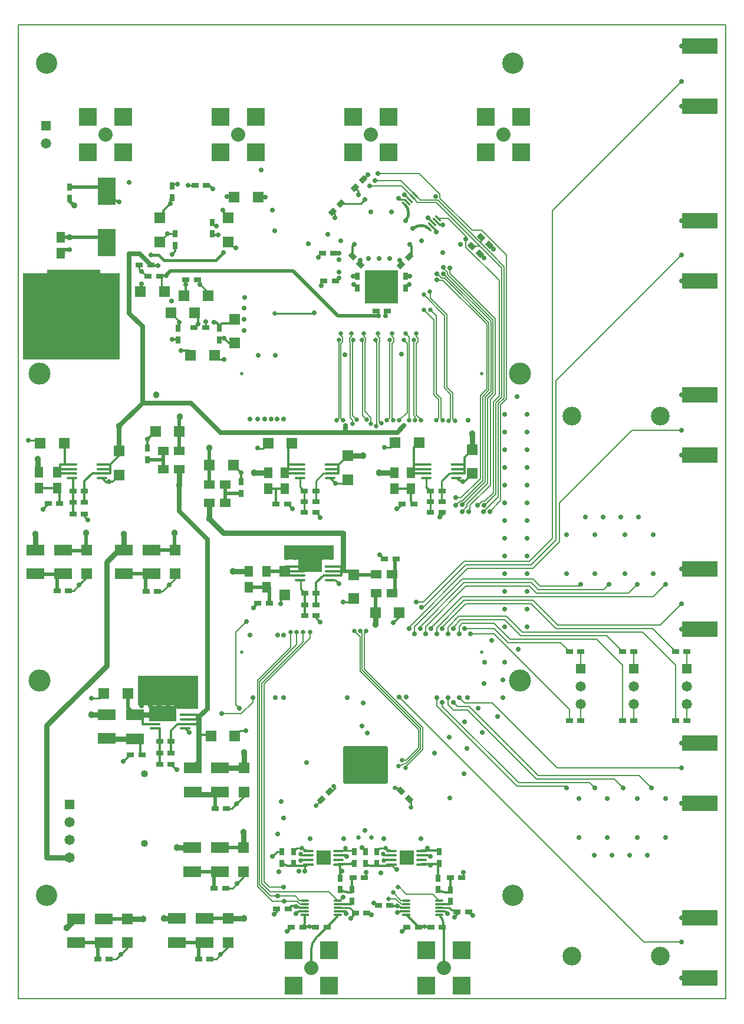
<source format=gbl>
%FSTAX23Y23*%
%MOIN*%
%SFA1B1*%

%IPPOS*%
%AMD47*
4,1,4,0.003500,0.024700,-0.024700,-0.003500,-0.003500,-0.024700,0.024700,0.003500,0.003500,0.024700,0.0*
%
%AMD49*
4,1,4,-0.024700,0.003500,0.003500,-0.024700,0.024700,-0.003500,-0.003500,0.024700,-0.024700,0.003500,0.0*
%
%AMD67*
4,1,8,-0.127000,0.095500,-0.127000,-0.095500,-0.116000,-0.106500,0.116000,-0.106500,0.127000,-0.095500,0.127000,0.095500,0.116000,0.106500,-0.116000,0.106500,-0.127000,0.095500,0.0*
1,1,0.022000,-0.116000,0.095500*
1,1,0.022000,-0.116000,-0.095500*
1,1,0.022000,0.116000,-0.095500*
1,1,0.022000,0.116000,0.095500*
%
%AMD104*
4,1,4,0.016600,-0.008100,-0.008100,0.016600,-0.016600,0.008100,0.008100,-0.016600,0.016600,-0.008100,0.0*
1,1,0.012000,-0.012400,0.012400*
1,1,0.012000,0.012400,-0.012400*
%
%AMD105*
4,1,4,0.020900,-0.012400,-0.012400,0.020900,-0.020900,0.012400,0.012400,-0.020900,0.020900,-0.012400,0.0*
%
%ADD10C,0.010000*%
%ADD12C,0.009000*%
%ADD14C,0.015000*%
%ADD17C,0.010000*%
%ADD19C,0.014000*%
%ADD21R,0.300000X0.300000*%
%ADD32R,0.060000X0.050000*%
%ADD35O,0.060000X0.015000*%
%ADD36R,0.060000X0.015000*%
%ADD40R,0.060000X0.060000*%
%ADD41R,0.200000X0.090000*%
%ADD44R,0.030000X0.040000*%
%ADD45R,0.040000X0.030000*%
%ADD46R,0.060000X0.060000*%
G04~CAMADD=47~9~0.0~0.0~400.0~300.0~0.0~0.0~0~0.0~0.0~0.0~0.0~0~0.0~0.0~0.0~0.0~0~0.0~0.0~0.0~45.0~494.0~493.0*
%ADD47D47*%
G04~CAMADD=49~9~0.0~0.0~400.0~300.0~0.0~0.0~0~0.0~0.0~0.0~0.0~0~0.0~0.0~0.0~0.0~0~0.0~0.0~0.0~135.0~494.0~493.0*
%ADD49D49*%
%ADD50R,0.185000X0.185000*%
%ADD51C,0.008000*%
%ADD52C,0.006000*%
%ADD53C,0.028000*%
%ADD54C,0.020000*%
%ADD55C,0.012000*%
%ADD58R,0.550000X0.490000*%
%ADD60R,0.285000X0.080000*%
%ADD61R,0.135000X0.075000*%
%ADD62C,0.080000*%
%ADD63R,0.100000X0.100000*%
%ADD64C,0.040000*%
%ADD65C,0.058000*%
%ADD66R,0.058000X0.058000*%
G04~CAMADD=67~8~0.0~0.0~2130.0~2540.0~110.0~0.0~15~0.0~0.0~0.0~0.0~0~0.0~0.0~0.0~0.0~0~0.0~0.0~0.0~90.0~2540.0~2130.0*
%ADD67D67*%
%ADD68C,0.020000*%
%ADD69C,0.106000*%
%ADD70C,0.120000*%
%ADD71C,0.125000*%
%ADD72C,0.028000*%
%ADD73C,0.038000*%
%ADD74C,0.035000*%
%ADD75C,0.026000*%
%ADD98C,0.009000*%
%ADD99C,0.012000*%
%ADD100C,0.014000*%
%ADD101R,0.100000X0.154000*%
%ADD102R,0.100000X0.060000*%
%ADD103R,0.081000X0.081000*%
G04~CAMADD=104~3~0.0~0.0~470.0~120.0~0.0~0.0~0~0.0~0.0~0.0~0.0~0~0.0~0.0~0.0~0.0~0~0.0~0.0~0.0~315.0~366.0~366.0*
%ADD104D104*%
G04~CAMADD=105~9~0.0~0.0~470.0~120.0~0.0~0.0~0~0.0~0.0~0.0~0.0~0~0.0~0.0~0.0~0.0~0~0.0~0.0~0.0~315.0~418.0~417.0*
%ADD105D105*%
%ADD106O,0.047000X0.012000*%
%ADD107R,0.047000X0.012000*%
%ADD108R,0.050000X0.060000*%
%ADD109C,0.030000*%
%ADD110R,0.155000X0.085000*%
%ADD111R,0.225000X0.170000*%
%ADD112R,0.120000X0.190000*%
G54D10*
X0238Y0083D02*
D01*
D01*
G75*
G03X02364Y00837I-00017J-00018D01*
G74*G01*
X02029Y00836D02*
D01*
D01*
G75*
G03X02026Y0083I00010J-00009D01*
G74*G01*
X02075Y00851D02*
D01*
D01*
G75*
G03X02109Y00837I00033J00033D01*
G74*G01*
X02075Y00851D02*
D01*
D01*
G75*
G03X02109Y00837I00033J00033D01*
G74*G01*
X02075Y00851D02*
D01*
D01*
G75*
G03X02109Y00837I00033J00033D01*
G74*G01*
X02075Y00851D02*
D01*
D01*
G75*
G03X02109Y00837I00033J00033D01*
G74*G01*
X02075Y00851D02*
D01*
D01*
G75*
G03X02109Y00837I00033J00033D01*
G74*G01*
X02075Y00851D02*
D01*
D01*
G75*
G03X02109Y00837I00033J00033D01*
G74*G01*
X02075Y00851D02*
D01*
D01*
G75*
G03X02109Y00837I00033J00033D01*
G74*G01*
X02075Y00851D02*
D01*
D01*
G75*
G03X02109Y00837I00033J00033D01*
G74*G01*
X01559D02*
D01*
D01*
G75*
G03X01556Y00831I00010J-00009D01*
G74*G01*
X01604Y00851D02*
D01*
D01*
G75*
G03X01638Y00837I00033J00033D01*
G74*G01*
X01604Y00851D02*
D01*
D01*
G75*
G03X01638Y00837I00033J00033D01*
G74*G01*
X01604Y00851D02*
D01*
D01*
G75*
G03X01638Y00837I00033J00033D01*
G74*G01*
X01604Y00851D02*
D01*
D01*
G75*
G03X01638Y00837I00033J00033D01*
G74*G01*
X01604Y00851D02*
D01*
D01*
G75*
G03X01638Y00837I00033J00033D01*
G74*G01*
X01604Y00851D02*
D01*
D01*
G75*
G03X01638Y00837I00033J00033D01*
G74*G01*
X01604Y00851D02*
D01*
D01*
G75*
G03X01638Y00837I00033J00033D01*
G74*G01*
X01604Y00851D02*
D01*
D01*
G75*
G03X01638Y00837I00033J00033D01*
G74*G01*
X02493Y02927D02*
X02525D01*
X02384Y02722D02*
X02408Y02746D01*
X02044Y02507D02*
X02066Y02485D01*
X01481Y02251D02*
X0151Y0228D01*
X01155Y04455D02*
X01175Y04422D01*
X00773Y01699D02*
X00798Y01724D01*
X00726Y01699D02*
X00773D01*
X01253Y01516D02*
X01285D01*
X01381Y03107D02*
X01411Y03137D01*
X01357Y03107D02*
X01381D01*
X01353Y03111D02*
X01357Y03107D01*
X00579Y00251D02*
X00616Y00288D01*
Y00318*
X00553Y00225D02*
X00579Y00251D01*
X00513Y00225D02*
X00553D01*
X01143Y00251D02*
X01187Y00295D01*
Y00319*
X01118Y00226D02*
X01143Y00251D01*
X01084Y00226D02*
X01118D01*
X01237Y00651D02*
X01274Y00688D01*
Y00719*
X01212Y00626D02*
X01237Y00651D01*
X01171Y00626D02*
X01212D01*
X01231Y01102D02*
X01275Y01146D01*
Y01169*
X01205Y01076D02*
X01231Y01102D01*
X01176Y01076D02*
X01205D01*
X01223Y01486D02*
X01253Y01516D01*
X00591Y01341D02*
X00628Y01378D01*
X00633*
X00411Y01699D02*
X00458D01*
X00483Y01724*
X00056Y03155D02*
X00108D01*
X00124Y03139*
X0053Y0292D02*
X00569Y02959D01*
X00512Y0292D02*
X0053D01*
X00511Y02919D02*
X00512Y0292D01*
X00497Y02919D02*
X00511D01*
X00474Y02942D02*
X00497Y02919D01*
X00138Y02765D02*
Y02767D01*
X00169Y02798*
X00374Y02726D02*
X00394Y02706D01*
X00374Y02726D02*
Y02739D01*
X00342Y02337D02*
X00387Y02382D01*
Y02401*
X00311Y02306D02*
X00342Y02337D01*
X00284Y02306D02*
X00311D01*
X00851Y02339D02*
X00887Y02375D01*
Y02401*
X00814Y02302D02*
X00851Y02339D01*
X00787Y02302D02*
X00814D01*
X01684Y02152D02*
X01707Y02129D01*
X01684Y02152D02*
Y02161D01*
X01481Y02231D02*
Y02251D01*
X01328Y02209D02*
X01354Y02235D01*
Y02236*
X0212Y02125D02*
X02156Y02161D01*
X02154D02*
Y02181D01*
X01791Y02365D02*
X01811Y02345D01*
X01763Y02365D02*
X01791D01*
X02055Y02485D02*
X02069D01*
X01706Y02717D02*
Y02722D01*
X01681Y02747D02*
X01706Y02722D01*
X02381D02*
X02384D01*
X02138Y02767D02*
X02141D01*
X0217Y02796*
X02525Y02927D02*
X02565Y02967D01*
X02478Y02942D02*
X02493Y02927D01*
X02475Y02942D02*
X02478D01*
X02069Y03114D02*
X02102D01*
X0213Y03142*
X01841Y02912D02*
X01861Y02932D01*
X01793Y02912D02*
X01841D01*
X01763Y02942D02*
X01793Y02912D01*
X01548Y02767D02*
Y02768D01*
X01521Y02795D02*
X01548Y02768D01*
X01599Y0081D02*
X01639D01*
X01559Y00837D02*
X01573Y00852D01*
X02062Y00818D02*
X0207Y0081D01*
X0211*
X02029Y00836D02*
X02043Y00851D01*
X0213Y01193D02*
X02144D01*
X02162Y01175*
X02208Y01129D02*
X02218Y01119D01*
Y0108D02*
Y01119D01*
X01688Y01099D02*
X01714Y01125D01*
X0176Y01171D02*
X01769D01*
X01791Y01193*
X01875Y0224D02*
X01895Y0226D01*
X01835Y0224D02*
X01875D01*
X02043Y00851D02*
X02075D01*
X02109Y00837D02*
X0211D01*
X01591Y00818D02*
X01599Y0081D01*
X01559Y00837D02*
D01*
X01572Y00851D02*
X01604D01*
X01638Y00837D02*
X01639D01*
X01809D02*
X01888D01*
G54D12*
X02316Y04412D02*
D01*
D01*
G75*
G03X02314Y04413I-00003J-00003D01*
G74*G01*
X01277Y03964D02*
D01*
D01*
G75*
G03X01279Y03963I00003J00003D01*
G74*G01*
X0192Y04542D02*
D01*
D01*
G75*
G02X01921Y04543I00002J-00001D01*
G74*G01*
X02182Y04545D02*
D01*
D01*
G75*
G03X02183Y04544I0J-0D01*
G74*G01*
X02545Y00482D02*
X02558D01*
X0197Y00485D02*
X01983D01*
X01462Y00494D02*
Y00507D01*
X01822Y04491D02*
X01937D01*
X0196Y04514*
X0145Y03872D02*
X01671D01*
X01673Y03875*
X00809Y03994D02*
Y04071D01*
X01435Y00805D02*
X01461Y00831D01*
X01475*
X005Y0456D02*
X0056Y045D01*
X0057*
X02316Y04412D02*
D01*
D01*
X02347Y04382D01*
X02465Y00464D02*
X0249Y00489D01*
X02183Y04544D02*
D01*
X02214Y04513*
X01134Y0361D02*
X01161D01*
X01109Y03635D02*
X01134Y0361D01*
X0069Y03995D02*
Y04031D01*
X00697Y04038*
X02328Y02805D02*
Y02865D01*
Y02745D02*
Y02805D01*
X02303Y0289D02*
X02328Y02865D01*
X02393Y02807D02*
Y02926D01*
X02435Y02968*
X02475*
X02182Y04516D02*
X022Y04499D01*
X0215Y04522D02*
X02156Y04516D01*
X02182*
X01924Y0454D02*
Y0456D01*
X01902Y04582D02*
X01924Y0456D01*
X01788Y0441D02*
Y04433D01*
X01776Y04445D02*
X01788Y04433D01*
X01948Y04628D02*
X01976Y04656D01*
X0119Y03704D02*
X01223D01*
X01164Y0373D02*
X0119Y03704D01*
X01199Y03815D02*
X01223Y03839D01*
X01183Y04527D02*
X0122D01*
X0118Y0453D02*
X01183Y04527D01*
X00238Y04212D02*
X00258D01*
X02305Y02892D02*
Y0294D01*
Y02892D02*
X0233Y02867D01*
X01591Y02892D02*
Y0294D01*
Y02892D02*
X01616Y02867D01*
X01595Y02315D02*
X01619Y02291D01*
X0087Y0459D02*
X0088Y046D01*
X009*
X0096Y04595D02*
X00999D01*
X00843Y04321D02*
X00887D01*
X00798Y04276D02*
X00843Y04321D01*
X01186Y04276D02*
X01222Y0424D01*
X0123*
X00947Y04042D02*
Y04063D01*
X01012D02*
X01026Y04049D01*
Y04036D02*
Y04049D01*
X00684Y04122D02*
Y04145D01*
Y04122D02*
X00697Y04109D01*
X00725Y04081D02*
X00734D01*
X00697Y04109D02*
X00725Y04081D01*
X01072Y03973D02*
Y0399D01*
X01026Y04036D02*
X01072Y0399D01*
X00937Y03973D02*
X00947Y03983D01*
X01058Y0379D02*
Y03823D01*
X0106Y03825*
X0091Y0382D02*
Y03826D01*
X00862Y03874D02*
X0091Y03826D01*
X01956Y00686D02*
X01965Y00695D01*
Y00715*
X0217Y0038D02*
X02196Y00406D01*
X01518Y0038D02*
X01544Y00406D01*
X02515Y00694D02*
Y00714D01*
X02506Y00685D02*
X02515Y00694D01*
X02378Y00515D02*
X02435D01*
X0245Y005*
X0247*
X0248Y0049*
X01806Y00515D02*
X01873D01*
X01905Y00484*
X02022Y00528D02*
X02035D01*
X0201Y0054D02*
X02022Y00528D01*
X01983Y00485D02*
X01995Y00474D01*
X0145Y00482D02*
X01462Y00494D01*
X02558Y00482D02*
X0257Y0047D01*
X0188Y00459D02*
X01905Y00484D01*
X0188Y00455D02*
Y00459D01*
X02465Y0046D02*
Y00464D01*
X01723Y02968D02*
X01763D01*
X01681Y02926D02*
X01723Y02968D01*
X01681Y02807D02*
Y02867D01*
Y02926*
X01616Y02747D02*
Y02807D01*
Y02867*
X01595Y02315D02*
Y02365D01*
X0181Y03019D02*
X01813D01*
X02136Y0073D02*
X0214D01*
X0211Y00756D02*
X02136Y0073D01*
X0162Y0072D02*
Y00744D01*
G54D14*
X02318Y04352D02*
D01*
D01*
G75*
G03X02231Y0435I-00042J-00045D01*
G74*G01*
X02189Y04396D02*
D01*
D01*
G75*
G03X02186Y04485I-00046J00043D01*
G74*G01*
X00794Y042D02*
X00824Y0417D01*
X01115*
X0075Y042D02*
X00794D01*
X01115Y0417D02*
X0116Y04215D01*
X01175Y04422D02*
X01186Y04411D01*
G54D17*
X02029Y00836D03*
D03*
D03*
D03*
D03*
D03*
D03*
D03*
X01559Y00837D03*
D03*
D03*
D03*
D03*
D03*
D03*
D03*
G54D19*
X01857Y00805D02*
D01*
D01*
G75*
G03X01845Y0081I-00012J-00012D01*
G74*G01*
X02329Y00806D02*
D01*
D01*
G75*
G03X02316Y00811I-00012J-00012D01*
G74*G01*
X01609Y00407D02*
D01*
D01*
G75*
G03X01619Y00431I-00024J00024D01*
G74*G01*
X01609Y00407D02*
D01*
D01*
G75*
G03X01619Y00431I-00024J00024D01*
G74*G01*
X01609Y00407D02*
D01*
D01*
G75*
G03X01619Y00431I-00024J00024D01*
G74*G01*
X01609Y00407D02*
D01*
D01*
G75*
G03X01619Y00431I-00024J00024D01*
G74*G01*
X01684Y00346D02*
D01*
D01*
G75*
G03X01655Y00275I00068J-00069D01*
G74*G01*
X018Y00461D02*
D01*
D01*
G75*
G03X01806Y00474I-00014J00014D01*
G74*G01*
X02405Y00413D02*
D01*
D01*
G75*
G03X02381Y00474I-00090J-0D01*
G74*G01*
X0182Y00733D02*
D01*
D01*
G75*
G03X01809Y0076I-00039J-0D01*
G74*G01*
X0182Y00733D02*
D01*
D01*
G75*
G03X01809Y0076I-00039J-0D01*
G74*G01*
X0182Y00733D02*
D01*
D01*
G75*
G03X01809Y0076I-00039J-0D01*
G74*G01*
X0182Y00733D02*
D01*
D01*
G75*
G03X01809Y0076I-00039J-0D01*
G74*G01*
X01872D02*
D01*
D01*
G75*
G03X01889Y0077I-0J00020D01*
G74*G01*
X01872Y0076D02*
D01*
D01*
G75*
G03X01889Y0077I-0J00020D01*
G74*G01*
X01872Y0076D02*
D01*
D01*
G75*
G03X01889Y0077I-0J00020D01*
G74*G01*
X01872Y0076D02*
D01*
D01*
G75*
G03X01889Y0077I-0J00020D01*
G74*G01*
X0182Y00619D02*
D01*
D01*
G75*
G03X0186Y00603I00038J00038D01*
G74*G01*
X01892Y00686D02*
D01*
D01*
G75*
G03X01886Y00672I00015J-00014D01*
G74*G01*
X02373Y00618D02*
D01*
D01*
G75*
G03X02411Y00602I00038J00039D01*
G74*G01*
X02373Y00618D02*
D01*
D01*
G75*
G03X02411Y00602I00038J00039D01*
G74*G01*
X02373Y00618D02*
D01*
D01*
G75*
G03X02411Y00602I00038J00039D01*
G74*G01*
X02373Y00618D02*
D01*
D01*
G75*
G03X02411Y00602I00038J00039D01*
G74*G01*
X02443Y00682D02*
D01*
D01*
G75*
G03X02442Y00686I-00027J-00004D01*
G74*G01*
X02443Y00682D02*
D01*
D01*
G75*
G03X02442Y00686I-00027J-00004D01*
G74*G01*
X02443Y00682D02*
D01*
D01*
G75*
G03X02442Y00686I-00027J-00004D01*
G74*G01*
X02443Y00682D02*
D01*
D01*
G75*
G03X02442Y00686I-00027J-00004D01*
G74*G01*
X02443Y00682D02*
D01*
D01*
G75*
G03X02442Y00686I-00027J-00004D01*
G74*G01*
X02443Y00682D02*
D01*
D01*
G75*
G03X02442Y00686I-00027J-00004D01*
G74*G01*
X02443Y00682D02*
D01*
D01*
G75*
G03X02442Y00686I-00027J-00004D01*
G74*G01*
X02443Y00682D02*
D01*
D01*
G75*
G03X02442Y00686I-00027J-00004D01*
G74*G01*
X02373Y00618D02*
D01*
D01*
G75*
G03X02411Y00602I00038J00039D01*
G74*G01*
X02373Y00618D02*
D01*
D01*
G75*
G03X02411Y00602I00038J00039D01*
G74*G01*
X02373Y00618D02*
D01*
D01*
G75*
G03X02411Y00602I00038J00039D01*
G74*G01*
X02373Y00618D02*
D01*
D01*
G75*
G03X02411Y00602I00038J00039D01*
G74*G01*
X01872Y0076D02*
D01*
D01*
G75*
G03X01889Y0077I-0J00020D01*
G74*G01*
X01872Y0076D02*
D01*
D01*
G75*
G03X01889Y0077I-0J00020D01*
G74*G01*
X01872Y0076D02*
D01*
D01*
G75*
G03X01889Y0077I-0J00020D01*
G74*G01*
X01872Y0076D02*
D01*
D01*
G75*
G03X01889Y0077I-0J00020D01*
G74*G01*
X0182Y00733D02*
D01*
D01*
G75*
G03X01809Y0076I-00039J-0D01*
G74*G01*
X0182Y00733D02*
D01*
D01*
G75*
G03X01809Y0076I-00039J-0D01*
G74*G01*
X0182Y00733D02*
D01*
D01*
G75*
G03X01809Y0076I-00039J-0D01*
G74*G01*
X0182Y00733D02*
D01*
D01*
G75*
G03X01809Y0076I-00039J-0D01*
G74*G01*
X01609Y00407D02*
D01*
D01*
G75*
G03X01619Y00431I-00024J00024D01*
G74*G01*
X01609Y00407D02*
D01*
D01*
G75*
G03X01619Y00431I-00024J00024D01*
G74*G01*
X01609Y00407D02*
D01*
D01*
G75*
G03X01619Y00431I-00024J00024D01*
G74*G01*
X01609Y00407D02*
D01*
D01*
G75*
G03X01619Y00431I-00024J00024D01*
G74*G01*
X02367Y0076D02*
D01*
D01*
G75*
G03X02373Y00761I-0J00019D01*
G74*G01*
X02367Y0076D02*
D01*
D01*
G75*
G03X02373Y00761I-0J00019D01*
G74*G01*
X02367Y0076D02*
D01*
D01*
G75*
G03X02373Y00761I-0J00019D01*
G74*G01*
X02367Y0076D02*
D01*
D01*
G75*
G03X02373Y00761I-0J00019D01*
G74*G01*
X02367Y0076D02*
D01*
D01*
G75*
G03X02373Y00761I-0J00019D01*
G74*G01*
X02367Y0076D02*
D01*
D01*
G75*
G03X02373Y00761I-0J00019D01*
G74*G01*
X02367Y0076D02*
D01*
D01*
G75*
G03X02373Y00761I-0J00019D01*
G74*G01*
X02367Y0076D02*
D01*
D01*
G75*
G03X02373Y00761I-0J00019D01*
G74*G01*
D01*
D01*
G75*
G03X0238Y00765I-00011J00027D01*
G74*G01*
X02373Y00761D02*
D01*
D01*
G75*
G03X0238Y00765I-00011J00027D01*
G74*G01*
X02373Y00761D02*
D01*
D01*
G75*
G03X0238Y00765I-00011J00027D01*
G74*G01*
X02373Y00761D02*
D01*
D01*
G75*
G03X0238Y00765I-00011J00027D01*
G74*G01*
X02373Y00761D02*
D01*
D01*
G75*
G03X0238Y00765I-00011J00027D01*
G74*G01*
X02373Y00761D02*
D01*
D01*
G75*
G03X0238Y00765I-00011J00027D01*
G74*G01*
X02373Y00761D02*
D01*
D01*
G75*
G03X0238Y00765I-00011J00027D01*
G74*G01*
D01*
D01*
G75*
G03X02379Y00763I00003J-00003D01*
G74*G01*
X0238Y00765D02*
D01*
D01*
G75*
G03X02379Y00763I00003J-00003D01*
G74*G01*
X0238Y00765D02*
D01*
D01*
G75*
G03X02379Y00763I00003J-00003D01*
G74*G01*
X02373Y00761D02*
D01*
D01*
G75*
G03X0238Y00765I-00011J00027D01*
G74*G01*
D01*
D01*
G75*
G03X02379Y00763I00003J-00003D01*
G74*G01*
X0238Y00765D02*
D01*
D01*
G75*
G03X02379Y00763I00003J-00003D01*
G74*G01*
X0238Y00765D02*
D01*
D01*
G75*
G03X02379Y00763I00003J-00003D01*
G74*G01*
X0238Y00765D02*
D01*
D01*
G75*
G03X02379Y00763I00003J-00003D01*
G74*G01*
X0238Y00765D02*
D01*
D01*
G75*
G03X02379Y00763I00003J-00003D01*
G74*G01*
X01967Y00761D02*
D01*
D01*
G75*
G03X0199Y00752I00021J00021D01*
G74*G01*
X01967Y00761D02*
D01*
D01*
G75*
G03X0199Y00752I00021J00021D01*
G74*G01*
X01967Y00761D02*
D01*
D01*
G75*
G03X0199Y00752I00021J00021D01*
G74*G01*
X01967Y00761D02*
D01*
D01*
G75*
G03X0199Y00752I00021J00021D01*
G74*G01*
X01967Y00761D02*
D01*
D01*
G75*
G03X0199Y00752I00021J00021D01*
G74*G01*
X01967Y00761D02*
D01*
D01*
G75*
G03X0199Y00752I00021J00021D01*
G74*G01*
X01967Y00761D02*
D01*
D01*
G75*
G03X0199Y00752I00021J00021D01*
G74*G01*
X01967Y00761D02*
D01*
D01*
G75*
G03X0199Y00752I00021J00021D01*
G74*G01*
X02101D02*
D01*
D01*
G75*
G03X0211Y00756I0J00010D01*
G74*G01*
X02101Y00752D02*
D01*
D01*
G75*
G03X0211Y00756I0J00010D01*
G74*G01*
X02101Y00752D02*
D01*
D01*
G75*
G03X0211Y00756I0J00010D01*
G74*G01*
X02101Y00752D02*
D01*
D01*
G75*
G03X0211Y00756I0J00010D01*
G74*G01*
X02101Y00752D02*
D01*
D01*
G75*
G03X0211Y00756I0J00010D01*
G74*G01*
X02101Y00752D02*
D01*
D01*
G75*
G03X0211Y00756I0J00010D01*
G74*G01*
X02101Y00752D02*
D01*
D01*
G75*
G03X0211Y00756I0J00010D01*
G74*G01*
X02101Y00752D02*
D01*
D01*
G75*
G03X0211Y00756I0J00010D01*
G74*G01*
X0149Y00766D02*
D01*
D01*
G75*
G03X01496Y00762I00011J00011D01*
G74*G01*
D01*
D01*
G75*
G03X01505Y0076I00008J00018D01*
G74*G01*
X0149Y00766D02*
D01*
D01*
G75*
G03X01496Y00762I00011J00011D01*
G74*G01*
X0149Y00766D02*
D01*
D01*
G75*
G03X01496Y00762I00011J00011D01*
G74*G01*
X0149Y00766D02*
D01*
D01*
G75*
G03X01496Y00762I00011J00011D01*
G74*G01*
D01*
D01*
G75*
G03X01505Y0076I00008J00018D01*
G74*G01*
X01496Y00762D02*
D01*
D01*
G75*
G03X01505Y0076I00008J00018D01*
G74*G01*
X01496Y00762D02*
D01*
D01*
G75*
G03X01505Y0076I00008J00018D01*
G74*G01*
X01496Y00762D02*
D01*
D01*
G75*
G03X01518Y00753I00022J00024D01*
G74*G01*
X01496Y00762D02*
D01*
D01*
G75*
G03X01518Y00753I00022J00024D01*
G74*G01*
X01496Y00762D02*
D01*
D01*
G75*
G03X01518Y00753I00022J00024D01*
G74*G01*
X0149Y00766D02*
D01*
D01*
G75*
G03X01496Y00762I00011J00011D01*
G74*G01*
X01495D02*
D01*
D01*
G75*
G03X01496I0J0D01*
G74*G01*
X01495D02*
D01*
D01*
G75*
G03X01496I0J0D01*
G74*G01*
X0149Y00766D02*
D01*
D01*
G75*
G03X01496Y00762I00011J00011D01*
G74*G01*
X0149Y00766D02*
D01*
D01*
G75*
G03X01496Y00762I00011J00011D01*
G74*G01*
X0149Y00766D02*
D01*
D01*
G75*
G03X01496Y00762I00011J00011D01*
G74*G01*
X01495D02*
D01*
D01*
G75*
G03X01496I0J0D01*
G74*G01*
X01495D02*
D01*
D01*
G75*
G03X01496I0J0D01*
G74*G01*
X01495D02*
D01*
D01*
G75*
G03X01496I0J0D01*
G74*G01*
X01495D02*
D01*
D01*
G75*
G03X01496I0J0D01*
G74*G01*
X01495D02*
D01*
D01*
G75*
G03X01496I0J0D01*
G74*G01*
X01495D02*
D01*
D01*
G75*
G03X01496I0J0D01*
G74*G01*
D01*
D01*
G75*
G03X01518Y00753I00022J00024D01*
G74*G01*
X01496Y00762D02*
D01*
D01*
G75*
G03X01518Y00753I00022J00024D01*
G74*G01*
X01496Y00762D02*
D01*
D01*
G75*
G03X01518Y00753I00022J00024D01*
G74*G01*
X01629D02*
D01*
D01*
G75*
G03X01638Y00757I0J00010D01*
G74*G01*
X01629Y00753D02*
D01*
D01*
G75*
G03X01638Y00757I0J00010D01*
G74*G01*
X01496Y00762D02*
D01*
D01*
G75*
G03X01505Y0076I00008J00018D01*
G74*G01*
X01496Y00762D02*
D01*
D01*
G75*
G03X01505Y0076I00008J00018D01*
G74*G01*
X01496Y00762D02*
D01*
D01*
G75*
G03X01505Y0076I00008J00018D01*
G74*G01*
X01496Y00762D02*
D01*
D01*
G75*
G03X01518Y00753I00022J00024D01*
G74*G01*
X01496Y00762D02*
D01*
D01*
G75*
G03X01518Y00753I00022J00024D01*
G74*G01*
X01496Y00762D02*
D01*
D01*
G75*
G03X01505Y0076I00008J00018D01*
G74*G01*
X01629Y00753D02*
D01*
D01*
G75*
G03X01638Y00757I0J00010D01*
G74*G01*
X01629Y00753D02*
D01*
D01*
G75*
G03X01638Y00757I0J00010D01*
G74*G01*
X01629Y00753D02*
D01*
D01*
G75*
G03X01638Y00757I0J00010D01*
G74*G01*
X01629Y00753D02*
D01*
D01*
G75*
G03X01638Y00757I0J00010D01*
G74*G01*
X01629Y00753D02*
D01*
D01*
G75*
G03X01638Y00757I0J00010D01*
G74*G01*
X01629Y00753D02*
D01*
D01*
G75*
G03X01638Y00757I0J00010D01*
G74*G01*
X02405Y00181D02*
Y00413D01*
X01684Y00346D02*
X01745Y00406D01*
X02192Y00476D02*
X02261Y00407D01*
X0182Y00684D02*
Y00733D01*
X01745Y00406D02*
X018Y00461D01*
X01655Y00181D02*
Y00275D01*
X01809Y0081D02*
X01845D01*
X0228Y00811D02*
X02316D01*
X02443Y00602D02*
Y00682D01*
X02411Y00602D02*
X02443D01*
X01886Y00603D02*
Y00672D01*
X0186Y00603D02*
X01886D01*
X01809Y0076D02*
X01872D01*
X02261Y00407D02*
X02332D01*
X01619Y00431D02*
Y00476D01*
X01609Y00407D02*
X01681D01*
X00474Y02968D02*
X0052D01*
X00474Y03019D02*
X0052D01*
Y02968D02*
Y02993D01*
Y03019*
X00474Y02993D02*
X0052D01*
Y03019D02*
X00569Y03068D01*
Y03094*
X00418Y02968D02*
X00474D01*
X00374Y02924D02*
X00418Y02968D01*
X00374Y02804D02*
Y02869D01*
Y02924*
X00309Y02739D02*
Y02804D01*
Y02869*
Y02937*
X00116Y02885D02*
X00219D01*
X00234Y02798D02*
Y0287D01*
X00219Y02885D02*
X00234Y0287D01*
X00259Y03139D02*
X00263Y03135D01*
X00219Y02968D02*
Y02975D01*
X00235*
Y02993D02*
Y03019D01*
Y02993D02*
X00304D01*
X00263Y03019D02*
Y03135D01*
X00235Y03019D02*
X00263D01*
X00304*
X00219Y02968D02*
X00304D01*
X00235Y02975D02*
Y02993D01*
X0228Y00837D02*
X02364D01*
X02068Y00786D02*
X0211D01*
X0228Y0076D02*
X02365D01*
X02373Y00683D02*
Y00761D01*
Y00763*
X0199Y00752D02*
X02101D01*
X01518Y00753D02*
X01629D01*
G54D21*
X00314Y03967D03*
G54D32*
X0108Y028D03*
X0117D03*
Y02905D03*
X0108D03*
X0091Y0299D03*
X0082D03*
Y03095D03*
X0091D03*
X02024Y02398D03*
X02114D03*
X02111Y0229D03*
X02021D03*
G54D35*
X0211Y00785D03*
Y0081D03*
X0228Y00759D03*
Y00785D03*
Y0081D03*
X0211Y00836D03*
X0228D03*
X01639Y00785D03*
Y0081D03*
X01809Y00759D03*
Y00785D03*
Y0081D03*
X01639Y00836D03*
X01809D03*
X01593Y02365D03*
X01763D03*
X01593Y02391D03*
Y02416D03*
Y02442D03*
X01763Y02391D03*
Y02416D03*
X00773Y01527D03*
X00943D03*
X00773Y01553D03*
Y01578D03*
Y01604D03*
X00943Y01553D03*
Y01578D03*
X01593Y02942D03*
X01763D03*
X01593Y02968D03*
Y02993D03*
Y03019D03*
X01763Y02968D03*
Y02993D03*
X02305Y02942D03*
X02475D03*
X02305Y02968D03*
Y02993D03*
Y03019D03*
X02475Y02968D03*
Y02993D03*
X00304Y02942D03*
X00474D03*
X00304Y02968D03*
Y02993D03*
Y03019D03*
X00474Y02968D03*
Y02993D03*
G54D36*
X0211Y00759D03*
X01639D03*
X01763Y02442D03*
X00943Y01604D03*
X01763Y03019D03*
X02475D03*
X00474D03*
G54D40*
X00937Y03973D03*
X01072D03*
X00825Y03995D03*
X0069D03*
X01088Y01486D03*
X01223D03*
X00618Y01724D03*
X00483D03*
X02265Y03142D03*
X0213D03*
X01546Y03137D03*
X01411D03*
X0108Y03015D03*
X01215D03*
X0091Y03205D03*
X00775D03*
X0122Y04527D03*
X01355D03*
X00259Y03139D03*
X00124D03*
X02019Y02181D03*
X02154D03*
X00974Y03635D03*
X01109D03*
X00862Y03874D03*
X00997D03*
G54D41*
X03852Y05041D03*
Y05381D03*
Y04056D03*
Y04396D03*
Y03072D03*
Y03412D03*
Y02088D03*
Y02428D03*
Y01104D03*
Y01444D03*
Y00119D03*
Y00459D03*
G54D44*
X0029Y0452D03*
Y04585D03*
X01916Y04081D03*
Y04016D03*
X02189Y04081D03*
Y04016D03*
X0149Y00831D03*
Y00766D03*
X02026Y00765D03*
Y0083D03*
X01556Y00766D03*
Y00831D03*
X019Y00765D03*
Y0083D03*
X01885Y00552D03*
Y00617D03*
X0182Y00618D03*
Y00683D03*
X02443Y00551D03*
Y00616D03*
X02372Y00617D03*
Y00682D03*
X02379Y00765D03*
Y0083D03*
X01962D03*
Y00765D03*
X0126Y0292D03*
Y02855D03*
X0073Y0311D03*
Y03045D03*
X00903Y03788D03*
Y03723D03*
X01137D03*
Y03788D03*
X0087Y0459D03*
Y04525D03*
X01096Y04386D03*
Y04321D03*
X00887D03*
Y04256D03*
G54D45*
X0378Y0157D03*
X03715D03*
X0378Y0196D03*
X03715D03*
X01683Y02164D03*
X01618D03*
X0318Y0196D03*
X03115D03*
X0318Y0157D03*
X03115D03*
X0348Y0196D03*
X03415D03*
X0348Y0157D03*
X03415D03*
X01012Y04063D03*
X00947D03*
X01783Y04212D03*
X01718D03*
X01791Y04054D03*
X01726D03*
X02022Y03885D03*
X02087D03*
X01544Y00406D03*
X01609D03*
X0168D03*
X01745D03*
X01956Y00686D03*
X01891D03*
X02332Y00406D03*
X02397D03*
X02506Y00685D03*
X02441D03*
X02196Y00406D03*
X02261D03*
X01684Y02226D03*
X01619D03*
Y02291D03*
X01684D03*
X01354Y02236D03*
X01419D03*
X00798Y01324D03*
X00863D03*
X00633Y01378D03*
X00698D03*
X00863Y01389D03*
X00798D03*
Y01454D03*
X00863D03*
X0217Y02796D03*
X02235D03*
X01521Y02795D03*
X01456D03*
X01616Y02747D03*
X01681D03*
X01616Y02867D03*
X01681D03*
Y02807D03*
X01616D03*
X01176Y01076D03*
X01111D03*
X01084Y00226D03*
X01019D03*
X00513Y00225D03*
X00448D03*
X01171Y00626D03*
X01106D03*
X02395Y02807D03*
X0233D03*
Y02867D03*
X02395D03*
X0233Y02747D03*
X02395D03*
X00309Y02869D03*
X00374D03*
X00169Y02798D03*
X00234D03*
X00309Y02739D03*
X00374D03*
Y02804D03*
X00309D03*
X0207Y02485D03*
X02135D03*
X00684Y04145D03*
X00749D03*
X00999Y04595D03*
X01064D03*
X00734Y04081D03*
X00799D03*
X01058Y0379D03*
X00993D03*
X0146Y00507D03*
X01525D03*
X0197Y00484D03*
X01905D03*
X02035Y00528D03*
X021D03*
X02545Y0049D03*
X0248D03*
X00787Y02302D03*
X00722D03*
X00284Y02306D03*
X00219D03*
G54D46*
X01505Y02415D03*
Y0228D03*
X01895Y02395D03*
Y0226D03*
X01861Y03067D03*
Y02932D03*
X01275Y01304D03*
Y01169D03*
X01187Y00319D03*
Y00454D03*
X00616Y00453D03*
Y00318D03*
X01274Y00854D03*
Y00719D03*
X02565Y03102D03*
Y02967D03*
X00569Y03094D03*
Y02959D03*
X01223Y03704D03*
Y03839D03*
X00798Y04411D03*
Y04276D03*
X01186D03*
Y04411D03*
X00887Y02401D03*
Y02536D03*
X00387D03*
Y02401D03*
G54D47*
X02162Y04144D03*
X02208Y0419D03*
X01902Y04582D03*
X01948Y04628D03*
X01776Y04445D03*
X01822Y04491D03*
X01714Y01125D03*
X0176Y01171D03*
G54D49*
X01889Y04194D03*
X01934Y04148D03*
X02208Y01129D03*
X02162Y01175D03*
X02662Y04257D03*
X02616Y04303D03*
X0261Y04207D03*
X02564Y04252D03*
G54D50*
X02053Y04022D03*
G54D51*
X0347Y0321D02*
X0375D01*
X0306Y028D02*
X0347Y0321D01*
X0302Y0445D02*
X0375Y0518D01*
X0302Y026D02*
Y0445D01*
X0304Y0349D02*
X0375Y042D01*
X0304Y0259D02*
Y0349D01*
X0289Y0247D02*
X0302Y026D01*
X029Y0245D02*
X0304Y0259D01*
X0306Y0258D02*
Y028D01*
X0291Y0243D02*
X0306Y0258D01*
X0254Y0243D02*
X0291D01*
X0253Y0245D02*
X029D01*
X0252Y0247D02*
X0289D01*
X0295Y0233D02*
X0317D01*
X0291Y0237D02*
X0295Y0233D01*
X029Y0235D02*
X0294Y0231D01*
X0253Y0233D02*
X0289D01*
X0293Y0229*
X0317Y0233D02*
X0318Y0234D01*
X0359Y0227D02*
X0366Y0234D01*
X0251Y0227D02*
X0359D01*
X0345Y0229D02*
X035Y0234D01*
X0293Y0229D02*
X0345D01*
X0331Y0231D02*
X0334Y0234D01*
X0294Y0231D02*
X0331D01*
X0252Y0235D02*
X029D01*
X0251Y0237D02*
X0291D01*
X0363Y0211D02*
X0375Y0223D01*
X0229Y0224D02*
X0252Y0247D01*
X0225Y0224D02*
X0229D01*
Y0221D02*
X0253Y0245D01*
X0228Y0221D02*
X0229D01*
X02208Y02098D02*
X0254Y0243D01*
X0224Y021D02*
X0251Y0237D01*
X02271Y02101D02*
X0252Y0235D01*
X02303Y02102D02*
X0253Y0233D01*
X02208Y0209D02*
Y02098D01*
X0224Y0206D02*
Y021D01*
X02271Y0209D02*
Y02101D01*
X02303Y0206D02*
Y02102D01*
X03585Y0209D02*
X03715Y0196D01*
X0304Y0209D02*
X03585D01*
X0305Y0211D02*
X0363D01*
X0291Y0225D02*
X0305Y0211D01*
X0252Y0225D02*
X0291D01*
X029Y0223D02*
X0304Y0209D01*
X0253Y0223D02*
X029D01*
X03715Y0157D02*
Y01885D01*
X0353Y0207D02*
X03715Y01885D01*
X0285Y0207D02*
X0353D01*
X03325Y0205D02*
X03415Y0196D01*
X0284Y0205D02*
X03325D01*
X0275Y0214D02*
X0284Y0205D01*
X03415Y0157D02*
Y01885D01*
X0327Y0203D02*
X03415Y01885D01*
X0278Y0203D02*
X0327D01*
X0269Y0212D02*
X0278Y0203D01*
X03065Y0201D02*
X03115Y0196D01*
X0277Y0201D02*
X03065D01*
X0269Y0209D02*
X0277Y0201D01*
X03115Y0157D02*
Y01635D01*
X0269Y0206D02*
X03115Y01635D01*
X02334Y02094D02*
X0251Y0227D01*
X02334Y0209D02*
Y02094D01*
X02366Y02096D02*
X0252Y0225D01*
X02366Y0206D02*
Y02096D01*
X02397Y02097D02*
X0253Y0223D01*
X02397Y0209D02*
Y02097D01*
X0276Y0216D02*
X0285Y0207D01*
X0249Y0216D02*
X0276D01*
X02429Y02099D02*
X0249Y0216D01*
X02429Y0206D02*
Y02099D01*
X025Y0214D02*
X0275D01*
X0246Y02099D02*
X025Y0214D01*
X0246Y0209D02*
Y02099D01*
X0251Y0212D02*
X0269D01*
X02491Y02102D02*
X0251Y0212D01*
X02491Y0206D02*
Y02102D01*
X02523Y0209D02*
X0269D01*
X02555Y0206D02*
X0269D01*
X0378Y0157D02*
Y01666D01*
Y01866D02*
Y0196D01*
X0348Y01866D02*
Y0196D01*
Y0157D02*
Y01666D01*
X0318Y0157D02*
Y01666D01*
Y01866D02*
Y0196D01*
X0282Y012D02*
X0309D01*
X02365Y01655D02*
X0282Y012D01*
X02365Y01655D02*
Y017D01*
X0283Y0122D02*
X0323D01*
X02397Y01653D02*
X0283Y0122D01*
X02397Y01653D02*
Y01675D01*
X0254Y0163D02*
X0293Y0124D01*
X0246Y0163D02*
X0254D01*
X02428Y01662D02*
X0246Y0163D01*
X02428Y01662D02*
Y017D01*
X0255Y0165D02*
X0294Y0126D01*
X02484Y0165D02*
X0255D01*
X0246Y01675D02*
X02484Y0165D01*
X03045Y01305D02*
X0375D01*
X0268Y0167D02*
X03045Y01305D01*
X02522Y0167D02*
X0268D01*
X02491Y017D02*
X02522Y0167D01*
X03537Y0032D02*
X0375D01*
X02152Y01705D02*
X03537Y0032D01*
X0351Y0126D02*
X0358Y0119D01*
X0294Y0126D02*
X0351D01*
X0337Y0124D02*
X0342Y0119D01*
X0293Y0124D02*
X0337D01*
X0323Y0122D02*
X0326Y0119D01*
X0309Y012D02*
X031Y0119D01*
X0123Y0207D02*
X0129Y0213D01*
X0123Y0166D02*
Y0207D01*
Y0166D02*
X0125Y0164D01*
X01325Y01675D02*
Y01702D01*
X0126Y0161D02*
X01325Y01675D01*
X0115Y0161D02*
X0126D01*
X04Y0D02*
Y055D01*
X01193D02*
X04D01*
X0Y01681D02*
Y0365D01*
X00753Y0D02*
X04D01*
X0D02*
Y01681D01*
Y0D02*
X00753D01*
X0Y055D02*
X01193D01*
X0Y0365D02*
Y055D01*
G54D52*
X01931Y01853D02*
Y02046D01*
X01943Y01858D02*
Y02067D01*
X02262Y01418D02*
Y01522D01*
X01931Y01853D02*
X02262Y01522D01*
X02274Y01413D02*
Y01527D01*
X01943Y01858D02*
X02274Y01527D01*
X02286Y01407D02*
Y01532D01*
X01955Y01863D02*
X02286Y01532D01*
X01955Y01863D02*
Y02065D01*
X02408Y04071D02*
X0266Y03819D01*
X02393Y04071D02*
X02408D01*
X02365Y0406D02*
X02366Y04059D01*
X024*
X02648Y03811*
X02402Y04094D02*
X02404D01*
X02366Y04096D02*
X02368D01*
X02393Y04071*
X02439Y04099D02*
X02696Y03842D01*
Y03414D02*
Y03842D01*
X02668Y03386D02*
X02696Y03414D01*
X02668Y02901D02*
Y03386D01*
X02554Y02787D02*
X02668Y02901D01*
X02554Y02759D02*
Y02787D01*
X02546Y02751D02*
X02554Y02759D01*
X02425Y04093D02*
X02684Y03834D01*
Y03422D02*
Y03834D01*
X02654Y03392D02*
X02684Y03422D01*
X02654Y02911D02*
Y03392D01*
X02537Y0278D02*
Y02794D01*
X02654Y02911*
X0251Y02753D02*
X02537Y0278D01*
X0251Y02751D02*
Y02753D01*
X02648Y03445D02*
Y03811D01*
X02612Y03409D02*
X02648Y03445D01*
X02612Y02938D02*
Y03409D01*
X02504Y0283D02*
X02612Y02938D01*
X02472Y0283D02*
X02504D01*
X0266Y03437D02*
Y03819D01*
X02626Y03403D02*
X0266Y03437D01*
X02626Y02929D02*
Y03403D01*
X0251Y02813D02*
X02626Y02929D01*
X02499Y02813D02*
X0251D01*
X02474Y02789D02*
X02499Y02813D01*
X02404Y04094D02*
X02672Y03827D01*
Y0343D02*
Y03827D01*
X0264Y03398D02*
X02672Y0343D01*
X0264Y0292D02*
Y03398D01*
X0251Y0279D02*
X0264Y0292D01*
X02403Y04126D02*
Y0413D01*
X02439Y04099D02*
Y04128D01*
X02403Y04126D02*
X02425Y04104D01*
Y04093D02*
Y04104D01*
X02727Y03354D02*
X0276Y03387D01*
X02713Y0336D02*
X02746Y03393D01*
X02382Y04523D02*
Y04545D01*
X02267Y0466D02*
X02382Y04545D01*
X02565Y0434D02*
X0262D01*
X02382Y04523D02*
X02565Y0434D01*
X02032Y0466D02*
X02267D01*
X02727Y02814D02*
Y03354D01*
X02665Y02751D02*
X02727Y02814D01*
X02372Y0451D02*
X02675Y04207D01*
X02273Y0451D02*
X02372D01*
X02616Y04268D02*
Y04303D01*
X02016Y04621D02*
X02162D01*
X02273Y0451*
X02713Y02836D02*
Y0336D01*
X02629Y02752D02*
X02713Y02836D01*
X02257Y04498D02*
X02362D01*
X02228Y04527D02*
X02257Y04498D01*
X02564Y04252D02*
X02603D01*
X02166Y0459D02*
X02191Y04566D01*
X02228Y04528*
X01985Y0459D02*
X02166D01*
X02228Y04527D02*
Y04528D01*
X02699Y0285D02*
Y03366D01*
X02637Y02788D02*
X02699Y0285D01*
X02631Y02788D02*
X02637D01*
X0253Y04245D02*
Y04307D01*
X02428Y04409D02*
X0253Y04307D01*
X02374Y04409D02*
X02428D01*
X02685Y02859D02*
Y03371D01*
X02637Y02811D02*
X02685Y02859D01*
X02621Y02811D02*
X02637D01*
X02599Y02789D02*
X02621Y02811D01*
X02595Y02789D02*
X02599D01*
X0262Y0434D02*
X0276Y042D01*
Y03387D02*
Y042D01*
X02675Y04207D02*
X02746Y04136D01*
Y03393D02*
Y04136D01*
X02362Y04498D02*
X02732Y04128D01*
Y03399D02*
Y04128D01*
X0253Y04245D02*
X02718Y04057D01*
Y03404D02*
Y04057D01*
X02685Y03371D02*
X02718Y03404D01*
X02699Y03366D02*
X02732Y03399D01*
X01833Y03267D02*
X01835Y03265D01*
X01833Y03267D02*
D01*
X01823Y03762D02*
X01824Y0376D01*
Y037D02*
X01833Y0371D01*
X01824Y03279D02*
Y037D01*
X01823Y03759D02*
Y03762D01*
Y03749D02*
Y03759D01*
Y03749D02*
X01833Y03739D01*
Y0371D02*
Y03739D01*
X01811Y03722D02*
Y03721D01*
X018Y03267D02*
X01811Y03279D01*
Y03721*
X01824Y03279D02*
X01835Y03267D01*
X01137Y03738D02*
X01145Y0373D01*
X01815Y00555D02*
X01835Y00575D01*
X01806Y00555D02*
X01815D01*
X02165Y00535D02*
X02192D01*
X01352Y00636D02*
X01436Y00551D01*
X02164Y00555D02*
X02192D01*
X01367Y0064D02*
X01374Y00634D01*
X01426Y00581*
X01422Y00605D02*
X01756D01*
X01375Y00651D02*
X01422Y00605D01*
X02341Y00593D02*
X02379Y00555D01*
X01539Y01986D02*
Y02071D01*
X01352Y01798D02*
X01539Y01986D01*
X02093Y00566D02*
X02134D01*
X02165Y00535*
X01576Y00551D02*
X01592Y00535D01*
X01619*
X01502Y00551D02*
X01576D01*
X01436D02*
X01502D01*
X01574Y02001D02*
Y02071D01*
X01363Y0179D02*
X01574Y02001D01*
X0212Y006D02*
Y00601D01*
X01566Y00581D02*
X01587Y00559D01*
X0212Y006D02*
X02164Y00555D01*
X01587Y00559D02*
X01592Y00555D01*
X01587Y00559D02*
D01*
X01592Y00555D02*
X01619D01*
X01466Y00581D02*
X01566D01*
X01426D02*
X01466D01*
X01609Y02016D02*
Y02071D01*
X01375Y01783D02*
X01609Y02016D01*
X01756Y00605D02*
X01806Y00555D01*
X0165Y02038D02*
Y02071D01*
X01394Y01782D02*
X0165Y02038D01*
X02146Y00641D02*
X02194Y00593D01*
X02341*
X01418Y0063D02*
X015D01*
X01352Y00636D02*
Y01798D01*
X01363Y00644D02*
Y0179D01*
Y00644D02*
X01374Y00634D01*
X01375Y00651D02*
Y01783D01*
X01388Y0066D02*
Y01776D01*
X01394Y01782*
X01388Y0066D02*
X01418Y0063D01*
X02178Y03722D02*
X02198Y03702D01*
Y03313D02*
Y03702D01*
X0219Y03759D02*
X0221Y03739D01*
Y0327D02*
Y03739D01*
X02152Y03267D02*
X02198Y03313D01*
X02208Y03267D02*
X0221Y0327D01*
X01876Y03281D02*
Y03708D01*
Y03281D02*
X01888Y03269D01*
Y03247D02*
Y03269D01*
Y03296D02*
Y03711D01*
Y03296D02*
X01913Y03272D01*
X01958Y03319D02*
X01994Y03283D01*
X01958Y03319D02*
Y03708D01*
X01994Y03247D02*
Y03283D01*
X0194Y03714D02*
X01941Y03716D01*
X01946Y03711*
Y03294D02*
X01968Y03272D01*
X01946Y03294D02*
Y03711D01*
X01941Y03716D02*
Y03722D01*
X01963Y03713D02*
Y03731D01*
X01958Y03708D02*
X01963Y03713D01*
X01953Y03741D02*
Y03759D01*
Y03741D02*
X01963Y03731D01*
X02039Y03261D02*
Y0371D01*
Y03261D02*
X02051Y0325D01*
X02027Y03239D02*
Y03708D01*
X02021Y03232D02*
X02027Y03239D01*
X02042Y03713D02*
Y03731D01*
X02039Y0371D02*
X02042Y03713D01*
X02032Y03741D02*
Y03759D01*
Y03741D02*
X02042Y03731D01*
X0202Y03716D02*
X02027Y03708D01*
X0202Y03716D02*
Y03722D01*
X02019Y03714D02*
X0202Y03716D01*
X02292Y03977D02*
X0241Y03859D01*
X02329Y03957D02*
Y03993D01*
Y03957D02*
X02419Y03868D01*
X02422Y03864*
X02456Y03275D02*
Y03421D01*
X02465Y03266D02*
X02468D01*
X02456Y03275D02*
X02465Y03266D01*
X02422Y03455D02*
Y03864D01*
Y03455D02*
X02456Y03421D01*
X02327Y03995D02*
X02329Y03993D01*
X02444Y03275D02*
Y03416D01*
X02435Y03266D02*
X02444Y03275D01*
X02433Y03266D02*
X02435D01*
X0241Y0345D02*
X02444Y03416D01*
X0241Y0345D02*
Y03859D01*
X02362Y03417D02*
Y03859D01*
X02388Y03279D02*
Y03391D01*
Y03279D02*
X02399Y03267D01*
X02362Y03417D02*
X02388Y03391D01*
X02376Y0328D02*
Y03386D01*
X02364Y03267D02*
X02376Y0328D01*
X0235Y03412D02*
Y03835D01*
Y03412D02*
X02376Y03386D01*
X0233Y03891D02*
X02362Y03859D01*
X02294Y03891D02*
X0235Y03835D01*
X01871Y03731D02*
X01881Y03741D01*
Y03759*
X01888Y03711D02*
X01893Y03716D01*
Y03722*
Y03716D02*
X01894Y03714D01*
X02111Y03741D02*
Y03759D01*
Y03741D02*
X02121Y03731D01*
Y03713D02*
Y03731D01*
X02111Y03703D02*
X02121Y03713D01*
X02111Y03275D02*
X02118Y03267D01*
X02111Y03275D02*
Y03703D01*
X02083Y03267D02*
X02099Y03283D01*
Y03722*
X02249Y03299D02*
Y03703D01*
Y03741D02*
X02259Y03731D01*
X02249Y03703D02*
X02259Y03713D01*
X02249Y03741D02*
Y03759D01*
X02259Y03713D02*
Y03731D01*
X02237Y03294D02*
X02243Y03288D01*
X02237Y03294D02*
Y03722D01*
X02249Y03299D02*
X02276Y03272D01*
X02243Y0327D02*
Y03288D01*
X02241Y03267D02*
X02243Y0327D01*
X01871Y03713D02*
Y03731D01*
Y03713D02*
X01876Y03708D01*
X01145Y0373D02*
X01164D01*
X01955Y02065D02*
X01967Y02077D01*
X01934D02*
X01943Y02067D01*
X019Y02077D02*
X01931Y02046D01*
X0219Y01305D02*
Y01311D01*
X02286Y01407*
X0215Y01315D02*
X02194Y01333D01*
X02274Y01413*
X0217Y01345D02*
D01*
X02168Y01347D02*
X02191D01*
X02262Y01418*
X019Y02074D02*
Y02077D01*
G54D53*
X01068Y01638D02*
Y02596D01*
X0091Y02754D02*
X01068Y02596D01*
X0091Y02754D02*
Y02901D01*
X0102Y0159D02*
X01068Y01638D01*
X00686Y04208D02*
X00749Y04145D01*
X00625Y04208D02*
X00686D01*
X00625Y03873D02*
Y04208D01*
Y03873D02*
X00701Y03797D01*
Y03366D02*
Y03797D01*
X01144Y03199D02*
X02141D01*
X0185Y03205D02*
Y03238D01*
X02141Y03199D02*
X0218Y03238D01*
X00977Y03366D02*
X01144Y03199D01*
X00701Y03366D02*
X00977D01*
X00569Y03234D02*
X00701Y03366D01*
X00569Y03119D02*
Y03234D01*
G54D54*
X00238Y04212D02*
X00256Y0423D01*
X0029*
X00475Y04585D02*
X005Y0456D01*
X0029Y04585D02*
X00475D01*
X0029Y04505D02*
Y0452D01*
Y04505D02*
X00315Y0448D01*
X00833Y04085D02*
X00858Y0411D01*
X01554D02*
X01806Y03858D01*
X02036*
X00858Y0411D02*
X01554D01*
X00238Y04302D02*
X0029D01*
X00468*
X00382Y02536D02*
Y02631D01*
X00252Y02532D02*
X00387D01*
X00882Y02536D02*
Y02631D01*
X00752Y02536D02*
X00887D01*
X01895Y02395D02*
X02024D01*
X01825Y02414D02*
X01895D01*
X02019Y02181D02*
Y02288D01*
X00382Y02631D02*
D01*
X00882D02*
D01*
X00984Y00719D02*
X01106D01*
X01139*
X01106Y00626D02*
Y00719D01*
X01139Y00854D02*
X01274D01*
X00326Y00318D02*
X00448D01*
Y00225D02*
Y00318D01*
X00481Y00453D02*
X00616D01*
X01052Y00454D02*
X01187D01*
X00897Y00319D02*
X01019D01*
Y00226D02*
Y00319D01*
X01111Y01076D02*
Y01155D01*
X00985D02*
Y01169D01*
X00618Y01644D02*
Y01724D01*
Y01644D02*
X00658Y01604D01*
X0108Y02905D02*
Y03015D01*
X0117Y02855D02*
X0126D01*
X0117Y028D02*
Y02905D01*
X0108Y03015D02*
Y0311D01*
D01*
X0091Y03095D02*
Y03205D01*
X0073Y03045D02*
X00815D01*
X0082Y0299D02*
Y03095D01*
X00569Y03119D02*
D01*
X0091Y03205D02*
Y03286D01*
X00911Y03287*
X0213Y02314D02*
Y02485D01*
X01301Y02325D02*
X01404D01*
X01419*
Y02236D02*
Y02325D01*
X01404Y02415D02*
X0151D01*
X02024Y02395D02*
Y02398D01*
X00219Y02304D02*
Y02397D01*
X00097D02*
X00219D01*
X00719Y02308D02*
Y02401D01*
X00597D02*
X00719D01*
G54D55*
X01591Y00496D02*
D01*
D01*
G75*
G03X01571Y00488I0J-00029D01*
G74*G01*
Y00524D02*
D01*
D01*
G75*
G03X01591Y00515I00023J00024D01*
G74*G01*
X02144Y00524D02*
D01*
D01*
G75*
G03X02163Y00516I00018J00018D01*
G74*G01*
X01854Y00491D02*
D01*
D01*
G75*
G03X01842Y00496I-00012J-00012D01*
G74*G01*
X02427Y00488D02*
D01*
D01*
G75*
G03X02407Y00496I-00019J-00018D01*
G74*G01*
X02163D02*
D01*
D01*
G75*
G03X02144Y00488I-0J-00025D01*
G74*G01*
X01881Y00535D02*
D01*
D01*
G75*
G03X01886Y00538I0J00004D01*
G74*G01*
X01881Y00535D02*
D01*
D01*
G75*
G03X01886Y00538I0J00004D01*
G74*G01*
X01881Y00535D02*
D01*
D01*
G75*
G03X01886Y00538I0J00004D01*
G74*G01*
X01881Y00535D02*
D01*
D01*
G75*
G03X01886Y00538I0J00004D01*
G74*G01*
X02439Y00535D02*
D01*
D01*
G75*
G03X02443Y00537I0J00005D01*
G74*G01*
X02439Y00535D02*
D01*
D01*
G75*
G03X02443Y00537I0J00005D01*
G74*G01*
X02439Y00535D02*
D01*
D01*
G75*
G03X02443Y00537I0J00005D01*
G74*G01*
X02439Y00535D02*
D01*
D01*
G75*
G03X02443Y00537I0J00005D01*
G74*G01*
X02439Y00535D02*
D01*
D01*
G75*
G03X02443Y00537I0J00005D01*
G74*G01*
X02439Y00535D02*
D01*
D01*
G75*
G03X02443Y00537I0J00005D01*
G74*G01*
X02439Y00535D02*
D01*
D01*
G75*
G03X02443Y00537I0J00005D01*
G74*G01*
X02439Y00535D02*
D01*
D01*
G75*
G03X02443Y00537I0J00005D01*
G74*G01*
X01881Y00535D02*
D01*
D01*
G75*
G03X01886Y00538I0J00004D01*
G74*G01*
X01881Y00535D02*
D01*
D01*
G75*
G03X01886Y00538I0J00004D01*
G74*G01*
X01881Y00535D02*
D01*
D01*
G75*
G03X01886Y00538I0J00004D01*
G74*G01*
X01881Y00535D02*
D01*
D01*
G75*
G03X01886Y00538I0J00004D01*
G74*G01*
X02163Y00496D02*
X02192D01*
X01591D02*
X01619D01*
X02163Y00516D02*
X02192D01*
X01541Y00524D02*
X01571D01*
X01591Y00515D02*
X01619D01*
X01596Y00788D02*
X01598Y00786D01*
X00702Y01553D02*
Y01604D01*
Y01553D02*
X00773D01*
X00688Y01388D02*
Y01439D01*
X00658Y01469D02*
X00688Y01439D01*
X0102Y0149D02*
X01088D01*
X01825Y02416D02*
Y02442D01*
X00803Y04085D02*
X00833D01*
X00799Y04081D02*
X00803Y04085D01*
X00833D02*
X00835D01*
X00749Y04145D02*
X00754Y0414D01*
X0079*
X0222Y02811D02*
X02235Y02796D01*
X0222Y02811D02*
Y02882D01*
X02128D02*
X0222D01*
X02127Y02883D02*
X02128Y02882D01*
X02218Y02968D02*
X02305D01*
X02237Y03116D02*
X02258Y03137D01*
X02237Y03019D02*
Y03116D01*
X02218Y02968D02*
Y02972D01*
X02237Y02993D02*
X02305D01*
X02237D02*
Y03019D01*
X02305*
X02522Y03059D02*
X02565Y03102D01*
X02522Y03019D02*
Y03059D01*
Y02993D02*
Y03019D01*
X02475Y02968D02*
X02522D01*
Y02993*
X02475D02*
X02522D01*
X02475Y03019D02*
X02522D01*
X02221Y04194D02*
Y04251D01*
X02212Y0426D02*
X02221Y04251D01*
X01889D02*
X01898Y0426D01*
X01889Y04194D02*
Y04251D01*
X0236Y04395D02*
X02383Y04372D01*
X024*
X02359Y04332D02*
Y0434D01*
X02332Y04367D02*
X02359Y0434D01*
X01105Y0382D02*
X0112D01*
X01137Y03803*
X01149Y03815D02*
X01199D01*
X01137Y03803D02*
X01149Y03815D01*
X0086Y0449D02*
Y04515D01*
X0087Y04525*
X0082Y0445D02*
X0086Y0449D01*
X0082Y04433D02*
Y0445D01*
X00798Y04411D02*
X0082Y04433D01*
X0087Y03725D02*
X0089D01*
X00964Y0366D02*
X00974Y0365D01*
X0092Y0366D02*
X00964D01*
X00887Y04222D02*
Y04256D01*
X0087Y04205D02*
X00887Y04222D01*
X0108Y04595D02*
X011Y04575D01*
X01064Y04595D02*
X0108D01*
X01102Y04315D02*
X0113D01*
X00947Y03983D02*
Y04036D01*
X01015Y0381D02*
Y03856D01*
X01806Y00496D02*
X01842D01*
X02379D02*
X02407D01*
X01525Y00507D02*
X01541Y00524D01*
X02104D02*
X02144D01*
X02379Y00535D02*
X02439D01*
X01806D02*
X01881D01*
X00773Y01527D02*
X00798D01*
Y01324D02*
Y01389D01*
Y01454*
X00863Y01389D02*
Y01454D01*
X00943Y01527D02*
X00965Y01506D01*
X00658Y01604D02*
X00701D01*
X00943Y01578D02*
X0101D01*
X00943Y01604D02*
X0101D01*
X00798Y01454D02*
Y01527D01*
X00863Y01454D02*
Y01516D01*
X009Y01553D02*
X00943D01*
X00863Y01516D02*
X009Y01553D01*
X00943D02*
X0102D01*
X01088Y01486D02*
Y0149D01*
X00863Y01324D02*
X00892Y01295D01*
X00895*
X01525Y03019D02*
X01593D01*
X01525Y02993D02*
Y03019D01*
Y02993D02*
X01593D01*
X01506Y02968D02*
Y02972D01*
X0073Y0311D02*
Y0316D01*
X00775Y03205*
X0126Y0292D02*
Y0297D01*
X01215Y03015D02*
X0126Y0297D01*
X01525Y03019D02*
Y03116D01*
X01546Y03137*
X01506Y02968D02*
X01593D01*
X01413Y02883D02*
X01414Y02882D01*
X01456Y02795D02*
Y02876D01*
X01414Y02882D02*
X0145D01*
X01506*
X0145D02*
X01456Y02876D01*
X02111Y0229D02*
X0213Y02314D01*
X02019Y02288D02*
X02021Y0229D01*
X01763Y02391D02*
X01825D01*
X01763Y02442D02*
X01825D01*
Y02414D02*
Y02416D01*
X01684Y02226D02*
Y02291D01*
X01619Y02161D02*
Y02226D01*
Y02291*
X01515Y02391D02*
X01593D01*
X0151Y02442D02*
X01593D01*
X0151Y02416D02*
X01593D01*
X01763Y03019D02*
X0181D01*
X01763Y02993D02*
X0181D01*
Y02968D02*
Y02993D01*
X01763Y02968D02*
X0181D01*
Y02993D02*
Y03019D01*
X01813D02*
X01861Y03067D01*
X01725Y02391D02*
X01763D01*
X01684Y02291D02*
Y0235D01*
X01725Y02391*
X01825D02*
Y02414D01*
X01763Y02416D02*
X01825D01*
X01598Y00786D02*
X01639D01*
G54D58*
X003Y03855D03*
G54D60*
X01643Y0252D03*
G54D61*
X01648Y02447D03*
G54D62*
X02405Y00174D03*
X01655D03*
X00492Y0488D03*
X01992Y04882D03*
X02742D03*
X01242Y0488D03*
G54D63*
X02505Y00074D03*
Y00274D03*
X02305D03*
Y00074D03*
X01755D03*
Y00274D03*
X01555D03*
Y00074D03*
X00592Y0478D03*
Y0498D03*
X00392D03*
Y0478D03*
X02092Y04782D03*
Y04982D03*
X01892D03*
Y04782D03*
X02842D03*
Y04982D03*
X02642D03*
Y04782D03*
X01342Y0478D03*
Y0498D03*
X01142D03*
Y0478D03*
G54D64*
X00714Y00877D03*
Y01271D03*
G54D65*
X00289Y00998D03*
Y00898D03*
Y00798D03*
X00155Y04832D03*
X0378Y01666D03*
Y01766D03*
X0348Y01666D03*
Y01766D03*
X0318Y01666D03*
Y01766D03*
X02053Y04022D03*
G54D66*
X00289Y01098D03*
X00155Y04932D03*
X0378Y01866D03*
X0348D03*
X0318D03*
G54D67*
X01961Y01323D03*
G54D68*
X02619Y03533D03*
X01262D03*
X02619Y01957D03*
X01262D03*
G54D69*
X0363Y0329D03*
X0313D03*
X0363Y0024D03*
X0313D03*
G54D70*
X0016Y05285D03*
Y00585D03*
X02795D03*
Y05285D03*
G54D71*
X00118Y01799D03*
X02835D03*
Y03531D03*
X00118D03*
G54D72*
X0029Y0423D03*
X0375Y0321D03*
Y0518D03*
Y042D03*
Y0223D03*
X0225Y0224D03*
X0228Y0221D03*
X02334Y0209D03*
X02208D03*
X0224Y0206D03*
X02271Y0209D03*
X02303Y0206D03*
X0366Y0234D03*
X035D03*
X0334D03*
X0318D03*
X02366Y0206D03*
X02397Y0209D03*
X02429Y0206D03*
X0246Y0209D03*
X02491Y0206D03*
X02523Y0209D03*
X02555Y0206D03*
X02152Y01705D03*
X0375Y01305D03*
Y0032D03*
X0358Y0119D03*
X0342D03*
X0326D03*
X031D03*
X02491Y017D03*
X031Y0262D03*
X0326D03*
X0343D03*
X0359D03*
X031Y024D03*
X0326D03*
X0343D03*
X0359D03*
X03205Y0272D03*
X03305D03*
X03405D03*
X03505D03*
X0366Y0091D03*
X035D03*
X0333D03*
X0317D03*
X0366Y0113D03*
X035D03*
X0333D03*
X0317D03*
X03255Y0081D03*
X03355D03*
X03455D03*
X03555D03*
X0375Y00119D03*
Y00459D03*
Y01104D03*
Y01444D03*
Y02088D03*
Y02428D03*
Y03072D03*
Y03412D03*
Y04056D03*
Y04396D03*
Y05041D03*
Y05381D03*
X02439Y04128D03*
X02546Y02751D03*
X02403Y0413D03*
X0251Y02751D03*
X02365Y0406D03*
X02472Y0283D03*
X02366Y04096D03*
X02474Y02789D03*
X02402Y04094D03*
X0251Y0279D03*
X02032Y0466D03*
X02665Y02751D03*
X02016Y04621D03*
X02629Y02752D03*
X01985Y0459D03*
X02631Y02788D03*
X0253Y04291D03*
X02595Y02789D03*
X0246Y01675D03*
X02397D03*
X02428Y017D03*
X02365D03*
X01835Y00575D03*
X01502Y00551D03*
X01466Y00581D03*
X015Y0063D03*
X01466Y02054D03*
X01452Y01702D03*
X01325D03*
X01452Y03634D03*
X01357D03*
X01353Y03275D03*
X01392D03*
X01428D03*
X01463D03*
X01435Y00805D03*
X01467Y00933D03*
X01474Y00719D03*
X0145Y04338D03*
X01435Y04455D03*
X02498Y04261D03*
X0223Y04351D03*
X01977Y04D03*
Y04049D03*
X02129Y04D03*
Y04049D03*
Y03946D03*
X01977D03*
X02031D03*
X0208D03*
X02061Y01323D03*
X02011D03*
X01861D03*
X01911D03*
X01861Y01375D03*
X02061D03*
X02011D03*
X01961D03*
X01911D03*
Y01271D03*
X01961D03*
X02011D03*
X02061D03*
X01861D03*
X01911Y01231D03*
X01961D03*
X02011D03*
X02061D03*
X01861D03*
Y01415D03*
X02061D03*
X02011D03*
X01961D03*
X01911D03*
X01765Y02543D03*
Y02493D03*
X0254Y01701D03*
X02192Y01705D03*
X01859Y01701D03*
X01498D03*
X015Y02054D03*
X01309D03*
X02541Y03268D03*
X01309Y03276D03*
X01498D03*
X01353Y03111D03*
X02165Y0364D03*
X01847Y03638D03*
X00579Y00251D03*
X01143D03*
X01237Y00651D03*
X01231Y01102D03*
X01285Y01516D03*
X00591Y01341D03*
X00411Y01699D03*
X00056Y03155D03*
X00512Y0292D03*
X00138Y02765D03*
X00394Y02706D03*
X00342Y02337D03*
X00851Y02339D03*
X01707Y02129D03*
X01481Y02231D03*
X01328Y02209D03*
X0212Y02125D03*
X01811Y02345D03*
X02044Y02507D03*
X01706Y02717D03*
X02381Y02722D03*
X02138Y02767D03*
X02513Y0292D03*
X02069Y03114D03*
X01793Y02912D03*
X01548Y02767D03*
X01161Y0361D03*
X01372Y0468D03*
X01748Y04319D03*
X00697Y04038D03*
X015Y0102D03*
X01949Y01672D03*
X01713Y04028D03*
X01697Y04187D03*
X02036Y03858D03*
X024Y04216D03*
X02075Y03858D03*
X01813Y04211D03*
Y0407D03*
X01822Y0428D03*
X02279D03*
X02108Y04445D03*
X01993D03*
X02212Y0426D03*
X01898D03*
X02157Y0417D03*
X02098Y0418D03*
X0208Y04098D03*
X02031D03*
X01977D03*
X02129D03*
X02208Y04035D03*
X02213Y0408D03*
X01892D03*
X01897Y04035D03*
X02039Y0418D03*
X0198D03*
X01933Y0417D03*
X01813Y04105D03*
Y04175D03*
X01279Y03963D03*
X01277Y03776D03*
Y03838D03*
Y03902D03*
X02427Y00482D03*
X02144Y00524D03*
Y00488D03*
X01854Y00481D03*
X02329Y00806D03*
X0196Y0095D03*
X024Y04372D03*
X02361Y0433D03*
X0219Y04395D03*
X0157Y00483D03*
Y00522D03*
X01971Y015D03*
X01673Y03875D03*
X01924Y0454D03*
X0196Y04514D03*
X01638Y04265D03*
X02148Y04521D03*
X02181Y04543D03*
X02316Y04412D03*
X02359Y04533D03*
X01788Y0441D03*
X01976Y04656D03*
X01942Y01541D03*
X01105Y0382D03*
X01164Y0373D03*
X0086Y0449D03*
X011Y04575D03*
X0113Y04315D03*
X0116Y04215D03*
X0112Y04365D03*
X0118Y0453D03*
X01395Y04529D03*
X00625Y0461D03*
X0057Y045D03*
X00865Y0394D03*
X0087Y03725D03*
X0185Y03238D03*
X0218D03*
X0075Y042D03*
X009Y046D03*
X0096Y04595D03*
X0092Y0366D03*
X01015Y0381D03*
X0106Y03825D03*
X0091Y0382D03*
X0087Y04205D03*
X01155Y04455D03*
X00843Y04321D03*
X0123Y0424D03*
X00835Y04085D03*
X0079Y0414D03*
X00947Y04036D03*
X01026D03*
X00697Y04109D03*
X0005Y04085D03*
X001D03*
X0015D03*
X002D03*
X0025D03*
X003D03*
X0035D03*
X004D03*
X0045D03*
X005D03*
X0055D03*
Y04035D03*
X005D03*
X0045D03*
X004D03*
X0035D03*
X003D03*
X0025D03*
X002D03*
X0015D03*
X001D03*
X0005D03*
X0055Y03985D03*
X005D03*
X0045D03*
X004D03*
X0035D03*
X003D03*
X0025D03*
X002D03*
X0015D03*
X001D03*
X0005D03*
X0055Y03935D03*
X005D03*
X0045D03*
X004D03*
X0035D03*
X003D03*
X0025D03*
X002D03*
X0015D03*
X001D03*
X0005D03*
X0055Y03885D03*
X005D03*
X0045D03*
X004D03*
X0035D03*
X003D03*
X0025D03*
X002D03*
X0015D03*
X001D03*
X0005D03*
X0055Y03835D03*
X005D03*
X0045D03*
X004D03*
X0035D03*
X003D03*
X0025D03*
X002D03*
X0015D03*
X001D03*
X0005D03*
X0055Y03785D03*
X005D03*
X0045D03*
X004D03*
X0035D03*
X003D03*
X0025D03*
X002D03*
X0015D03*
X001D03*
X0005D03*
X0055Y03735D03*
X005D03*
X0045D03*
X004D03*
X0035D03*
X003D03*
X0025D03*
X002D03*
X0015D03*
X001D03*
X0005D03*
X0055Y03685D03*
X005D03*
X0045D03*
X004D03*
X0035D03*
X003D03*
X0025D03*
X002D03*
X0015D03*
X001D03*
X0005D03*
X0055Y03635D03*
X005D03*
X0045D03*
X004D03*
X0035D03*
X003D03*
X0025D03*
X002D03*
X0015D03*
X001D03*
X0005D03*
X01485Y01116D03*
X0163Y01335D03*
X0184Y00905D03*
X01648Y00904D03*
X02066Y00905D03*
X02276D03*
X01857Y00805D03*
X01965Y00715D03*
X0217Y0038D03*
X01518D03*
X02515Y00714D03*
X02685Y04235D03*
X02633Y04185D03*
X02049Y0071D03*
X01585Y0072D03*
X0201Y0054D03*
X01995Y00474D03*
X01445Y00477D03*
X0257Y0047D03*
X0188Y00455D03*
X02465Y0046D03*
X00965Y01506D03*
X00745Y01805D03*
X00795D03*
X00845D03*
X00895D03*
X00945D03*
X00995D03*
X00745Y01755D03*
X00795D03*
X00845D03*
X00895D03*
X00945D03*
X00995D03*
X00745Y01705D03*
X00795D03*
X00845D03*
X00895D03*
X00945D03*
X00995D03*
X00745Y01655D03*
X00795D03*
X00845D03*
X00895D03*
X00945D03*
X00995D03*
X00695D03*
Y01705D03*
Y01755D03*
Y01805D03*
X0088Y01605D03*
X0083D03*
X0078D03*
X00895Y01295D03*
X0073Y0316D03*
X0126Y0297D03*
X016Y02443D03*
X0165D03*
X017D03*
X01515Y02543D03*
Y02493D03*
X01715D03*
X01665D03*
X01615D03*
X01565D03*
X01715Y02543D03*
X01665D03*
X01615D03*
X01565D03*
X01942Y00855D03*
X01835Y0224D03*
X02875Y033D03*
Y032D03*
Y031D03*
Y03D03*
Y029D03*
Y028D03*
Y023D03*
Y024D03*
Y025D03*
Y026D03*
Y027D03*
Y021D03*
Y022D03*
X02825Y01975D03*
X0275Y019D03*
Y021D03*
Y022D03*
Y023D03*
Y024D03*
Y025D03*
Y026D03*
Y027D03*
Y031D03*
Y03D03*
Y029D03*
Y028D03*
Y032D03*
Y033D03*
X02675Y02025D03*
X0282Y034D03*
X02523Y01566D03*
X02598Y01641D03*
X02708Y01594D03*
X0274Y018D03*
Y017D03*
X02622Y01505D03*
X02536Y01416D03*
X02437Y01477D03*
X02632Y0178D03*
X02635Y019D03*
X02519Y01271D03*
X02439Y01136D03*
X02352Y01388D03*
X02312Y00851D03*
X0233Y00755D03*
X0162Y0072D03*
X0183D03*
X0214Y0073D03*
X0129Y0213D03*
X0125Y0164D03*
X0115Y0161D03*
G54D73*
X0078Y0341D03*
X00824Y00455D03*
X00274Y004D03*
X00895Y00854D03*
X0011Y03049D03*
X02038Y02973D03*
X0091Y02901D03*
X0108Y02711D03*
X01331Y0297D03*
X00597Y02625D03*
X00097D03*
X01212Y02415D03*
X00411Y01605D03*
X02565Y03191D03*
X0195Y03067D03*
X02019Y02116D03*
X01276Y00454D03*
X00705Y00453D03*
X01274Y00943D03*
X00382Y02631D03*
X00882D03*
X01275Y01393D03*
X00911Y03287D03*
X0108Y0311D03*
X00569Y03234D03*
X0102Y0159D03*
G54D74*
X00315Y0448D03*
X0029Y04302D03*
G54D75*
X01811Y03722D03*
X018Y03267D03*
X01823Y03759D03*
X01835Y03267D03*
X01539Y02071D03*
X02093Y00566D03*
X01574Y02071D03*
X0212Y00601D03*
X01609Y02071D03*
X0165D03*
X02146Y00631D03*
X01596Y00783D03*
X01997Y00912D03*
X0219Y03759D03*
X02178Y03722D03*
X01994Y03249D03*
X01941Y03722D03*
X01968Y03272D03*
X01953Y03759D03*
X02032D03*
X02053Y03251D03*
X02024Y03234D03*
X0202Y03722D03*
X01913Y03272D03*
X02468Y03266D03*
X02327Y03995D03*
X02292Y03977D03*
X02433Y03266D03*
X02399Y03267D03*
X02364D03*
X0233Y03891D03*
X02294D03*
X02297Y00407D03*
X01645D03*
X01596Y00818D03*
X02218Y0108D03*
X01683Y01093D03*
X0145Y03872D03*
X02062Y00818D03*
X02075Y00851D03*
X02065Y00783D03*
X01922Y00912D03*
X01848Y00852D03*
X01604D03*
X0213Y01193D03*
X01784Y012D03*
X01888Y03247D03*
X02111Y03759D03*
X02099Y03722D03*
X02118Y03267D03*
X02083D03*
X02152D03*
X02208D03*
X02276D03*
X02241D03*
X02249Y03759D03*
X02237Y03722D03*
X01893D03*
X01881Y03759D03*
X01967Y02077D03*
X01934D03*
X019D03*
X0219Y01305D03*
X0215Y01315D03*
X02168Y01347D03*
G54D98*
X02316Y04412D03*
D03*
D03*
D03*
D03*
D03*
D03*
D03*
D03*
D03*
D03*
D03*
D03*
D03*
D03*
D03*
D03*
D03*
D03*
D03*
D03*
D03*
D03*
D03*
X02183Y04544D03*
D03*
D03*
D03*
D03*
D03*
D03*
D03*
X0192Y04542D03*
G54D99*
X02439Y00535D03*
D03*
D03*
D03*
D03*
D03*
D03*
G54D100*
X0238Y00765D03*
D03*
D03*
D03*
D03*
D03*
D03*
D03*
G54D101*
X005Y0456D03*
Y0427D03*
G54D102*
X005Y0147D03*
Y01605D03*
X00658Y01604D03*
Y01469D03*
X00984Y00719D03*
Y00854D03*
X01139D03*
Y00719D03*
X00326Y00318D03*
Y00453D03*
X00481D03*
Y00318D03*
X00897Y00319D03*
Y00454D03*
X01052D03*
Y00319D03*
X00985Y01169D03*
Y01304D03*
X0114D03*
Y01169D03*
X00597Y02401D03*
Y02536D03*
X00752D03*
Y02401D03*
X00097D03*
Y02536D03*
X00252D03*
Y02401D03*
G54D103*
X02196Y00798D03*
X01725D03*
G54D104*
X02242Y04541D03*
X02374Y04409D03*
X0236Y04395D03*
X02318Y04353D03*
X02346Y04381D03*
X02214Y04513D03*
X022Y04499D03*
X02228Y04527D03*
X02332Y04367D03*
G54D105*
X02186Y04485D03*
G54D106*
X02378Y00496D03*
X02191Y00535D03*
Y00496D03*
Y00515D03*
X02378D03*
Y00476D03*
Y00535D03*
Y00555D03*
X02191D03*
X01619D03*
X01806D03*
Y00535D03*
Y00476D03*
Y00515D03*
X01619D03*
Y00496D03*
Y00535D03*
X01806Y00496D03*
G54D107*
X02191Y00476D03*
X01619D03*
G54D108*
X01301Y02415D03*
Y02325D03*
X01404D03*
Y02415D03*
X02127Y02973D03*
Y02883D03*
X0222Y02882D03*
Y02972D03*
X01413Y02973D03*
Y02883D03*
X01506Y02882D03*
Y02972D03*
X00238Y04302D03*
Y04212D03*
X00116Y02975D03*
Y02885D03*
X00219D03*
Y02975D03*
G54D109*
X00274Y004D02*
Y00401D01*
X00326Y00453*
X00702Y01604D02*
X00773D01*
X00701D02*
X00702D01*
X01837Y0243D02*
Y02631D01*
X0116D02*
X01837D01*
X0108Y02711D02*
X0116Y02631D01*
X00824Y00455D02*
X00913D01*
X00159Y00798D02*
X00289D01*
X00159D02*
Y01544D01*
X00498Y01883*
Y02468*
X00566Y02536*
X00597*
X02019Y02116D02*
Y02181D01*
X00895Y00854D02*
X00984D01*
X0011Y0296D02*
Y03049D01*
X02038Y02973D02*
X02127D01*
X0091Y02901D02*
Y0299D01*
X0108Y02711D02*
Y028D01*
X01331Y0297D02*
X0142D01*
X00597Y02536D02*
Y02625D01*
X00097Y02536D02*
Y02625D01*
X01212Y02415D02*
X01301D01*
X00411Y01605D02*
X005D01*
X02565Y03102D02*
Y03191D01*
X01861Y03067D02*
X0195D01*
X01187Y00454D02*
X01276D01*
X00616Y00453D02*
X00705D01*
X01274Y00854D02*
Y00943D01*
X01275Y01304D02*
Y01393D01*
X00985Y01155D02*
X01111D01*
X0114Y01304D02*
X01275D01*
X00985D02*
X0102Y01339D01*
Y01553D02*
Y0159D01*
Y01339D02*
Y0149D01*
Y01553*
X00501Y01469D02*
X00658D01*
G54D110*
X00817Y01612D03*
G54D111*
X00788Y0174D03*
G54D112*
X00955Y0173D03*
M02*
</source>
